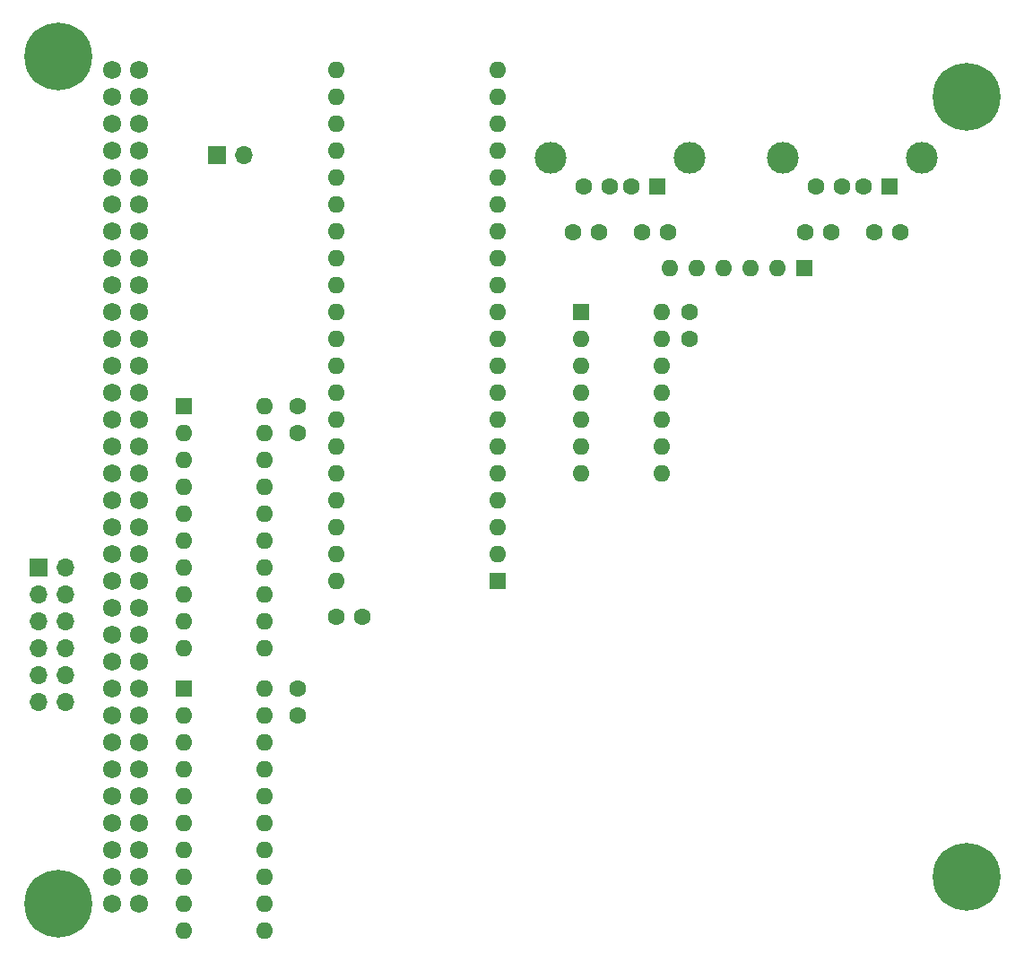
<source format=gts>
G04 #@! TF.GenerationSoftware,KiCad,Pcbnew,5.1.7*
G04 #@! TF.CreationDate,2020-11-27T22:44:02-08:00*
G04 #@! TF.ProjectId,PC104-8042KBD,50433130-342d-4383-9034-324b42442e6b,rev?*
G04 #@! TF.SameCoordinates,Original*
G04 #@! TF.FileFunction,Soldermask,Top*
G04 #@! TF.FilePolarity,Negative*
%FSLAX46Y46*%
G04 Gerber Fmt 4.6, Leading zero omitted, Abs format (unit mm)*
G04 Created by KiCad (PCBNEW 5.1.7) date 2020-11-27 22:44:02*
%MOMM*%
%LPD*%
G01*
G04 APERTURE LIST*
%ADD10O,1.600000X1.600000*%
%ADD11R,1.600000X1.600000*%
%ADD12C,1.600000*%
%ADD13O,1.700000X1.700000*%
%ADD14R,1.700000X1.700000*%
%ADD15R,1.600000X1.500000*%
%ADD16C,3.000000*%
%ADD17C,6.400000*%
%ADD18C,1.720000*%
G04 APERTURE END LIST*
D10*
X163766500Y-80962500D03*
X166306500Y-80962500D03*
X168846500Y-80962500D03*
X171386500Y-80962500D03*
X173926500Y-80962500D03*
D11*
X176466500Y-80962500D03*
D12*
X165671500Y-87653500D03*
X165671500Y-85153500D03*
X134770500Y-113919000D03*
X132270500Y-113919000D03*
X128651000Y-123213500D03*
X128651000Y-120713500D03*
X128651000Y-96543500D03*
X128651000Y-94043500D03*
X154624400Y-77609700D03*
X157124400Y-77609700D03*
D13*
X123571000Y-70294500D03*
D14*
X121031000Y-70294500D03*
D12*
X177546240Y-73273920D03*
X180046240Y-73273920D03*
X182046240Y-73273920D03*
D15*
X184546240Y-73273920D03*
D16*
X174476240Y-70563920D03*
X187616240Y-70563920D03*
D13*
X106680000Y-121983500D03*
X104140000Y-121983500D03*
X106680000Y-119443500D03*
X104140000Y-119443500D03*
X106680000Y-116903500D03*
X104140000Y-116903500D03*
X106680000Y-114363500D03*
X104140000Y-114363500D03*
X106680000Y-111823500D03*
X104140000Y-111823500D03*
X106680000Y-109283500D03*
D14*
X104140000Y-109283500D03*
D10*
X125511560Y-120700800D03*
X117891560Y-143560800D03*
X125511560Y-123240800D03*
X117891560Y-141020800D03*
X125511560Y-125780800D03*
X117891560Y-138480800D03*
X125511560Y-128320800D03*
X117891560Y-135940800D03*
X125511560Y-130860800D03*
X117891560Y-133400800D03*
X125511560Y-133400800D03*
X117891560Y-130860800D03*
X125511560Y-135940800D03*
X117891560Y-128320800D03*
X125511560Y-138480800D03*
X117891560Y-125780800D03*
X125511560Y-141020800D03*
X117891560Y-123240800D03*
X125511560Y-143560800D03*
D11*
X117891560Y-120700800D03*
D10*
X125516640Y-94061280D03*
X117896640Y-116921280D03*
X125516640Y-96601280D03*
X117896640Y-114381280D03*
X125516640Y-99141280D03*
X117896640Y-111841280D03*
X125516640Y-101681280D03*
X117896640Y-109301280D03*
X125516640Y-104221280D03*
X117896640Y-106761280D03*
X125516640Y-106761280D03*
X117896640Y-104221280D03*
X125516640Y-109301280D03*
X117896640Y-101681280D03*
X125516640Y-111841280D03*
X117896640Y-99141280D03*
X125516640Y-114381280D03*
X117896640Y-96601280D03*
X125516640Y-116921280D03*
D11*
X117896640Y-94061280D03*
X155384500Y-85153500D03*
D10*
X163004500Y-100393500D03*
X155384500Y-87693500D03*
X163004500Y-97853500D03*
X155384500Y-90233500D03*
X163004500Y-95313500D03*
X155384500Y-92773500D03*
X163004500Y-92773500D03*
X155384500Y-95313500D03*
X163004500Y-90233500D03*
X155384500Y-97853500D03*
X163004500Y-87693500D03*
X155384500Y-100393500D03*
X163004500Y-85153500D03*
D12*
X183051960Y-77645260D03*
X185551960Y-77645260D03*
X176550440Y-77645260D03*
X179050440Y-77645260D03*
X161147760Y-77609700D03*
X163647760Y-77609700D03*
X155620960Y-73263760D03*
X158120960Y-73263760D03*
X160120960Y-73263760D03*
D15*
X162620960Y-73263760D03*
D16*
X152550960Y-70553760D03*
X165690960Y-70553760D03*
D10*
X132270500Y-110553500D03*
X147510500Y-62293500D03*
X132270500Y-108013500D03*
X147510500Y-64833500D03*
X132270500Y-105473500D03*
X147510500Y-67373500D03*
X132270500Y-102933500D03*
X147510500Y-69913500D03*
X132270500Y-100393500D03*
X147510500Y-72453500D03*
X132270500Y-97853500D03*
X147510500Y-74993500D03*
X132270500Y-95313500D03*
X147510500Y-77533500D03*
X132270500Y-92773500D03*
X147510500Y-80073500D03*
X132270500Y-90233500D03*
X147510500Y-82613500D03*
X132270500Y-87693500D03*
X147510500Y-85153500D03*
X132270500Y-85153500D03*
X147510500Y-87693500D03*
X132270500Y-82613500D03*
X147510500Y-90233500D03*
X132270500Y-80073500D03*
X147510500Y-92773500D03*
X132270500Y-77533500D03*
X147510500Y-95313500D03*
X132270500Y-74993500D03*
X147510500Y-97853500D03*
X132270500Y-72453500D03*
X147510500Y-100393500D03*
X132270500Y-69913500D03*
X147510500Y-102933500D03*
X132270500Y-67373500D03*
X147510500Y-105473500D03*
X132270500Y-64833500D03*
X147510500Y-108013500D03*
X132270500Y-62293500D03*
D11*
X147510500Y-110553500D03*
D17*
X191770000Y-138493500D03*
X191770000Y-64833500D03*
X106045000Y-141033500D03*
X106045000Y-61023500D03*
D18*
X113665000Y-141033500D03*
X113665000Y-138493500D03*
X113665000Y-135953500D03*
X113665000Y-133413500D03*
X113665000Y-130873500D03*
X113665000Y-128333500D03*
X113665000Y-125793500D03*
X113665000Y-123253500D03*
X113665000Y-120713500D03*
X113665000Y-118173500D03*
X113665000Y-115633500D03*
X113665000Y-113093500D03*
X113665000Y-110553500D03*
X113665000Y-108013500D03*
X113665000Y-105473500D03*
X113665000Y-102933500D03*
X113665000Y-100393500D03*
X113665000Y-97853500D03*
X113665000Y-95313500D03*
X113665000Y-92773500D03*
X113665000Y-90233500D03*
X113665000Y-87693500D03*
X113665000Y-85153500D03*
X113665000Y-82613500D03*
X113665000Y-80073500D03*
X113665000Y-77533500D03*
X113665000Y-74993500D03*
X113665000Y-72453500D03*
X113665000Y-69913500D03*
X113665000Y-67373500D03*
X113665000Y-64833500D03*
X113665000Y-62293500D03*
X111125000Y-141033500D03*
X111125000Y-138493500D03*
X111125000Y-135953500D03*
X111125000Y-133413500D03*
X111125000Y-130873500D03*
X111125000Y-128333500D03*
X111125000Y-125793500D03*
X111125000Y-123253500D03*
X111125000Y-120713500D03*
X111125000Y-118173500D03*
X111125000Y-115633500D03*
X111125000Y-113093500D03*
X111125000Y-110553500D03*
X111125000Y-108013500D03*
X111125000Y-105473500D03*
X111125000Y-102933500D03*
X111125000Y-100393500D03*
X111125000Y-97853500D03*
X111125000Y-95313500D03*
X111125000Y-92773500D03*
X111125000Y-90233500D03*
X111125000Y-87693500D03*
X111125000Y-85153500D03*
X111125000Y-82613500D03*
X111125000Y-80073500D03*
X111125000Y-77533500D03*
X111125000Y-74993500D03*
X111125000Y-72453500D03*
X111125000Y-69913500D03*
X111125000Y-67373500D03*
X111125000Y-64833500D03*
X111125000Y-62293500D03*
M02*

</source>
